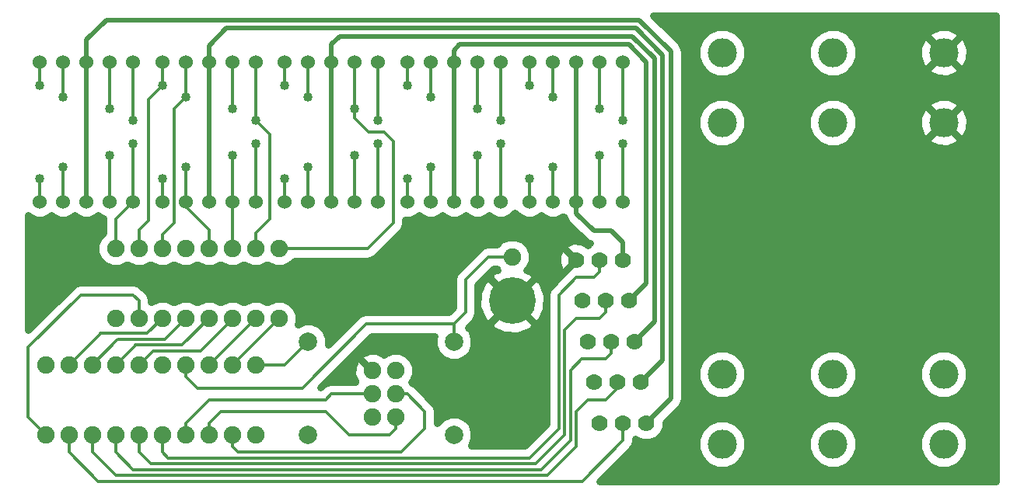
<source format=gbr>
G04 #@! TF.FileFunction,Copper,L1,Top,Signal*
%FSLAX46Y46*%
G04 Gerber Fmt 4.6, Leading zero omitted, Abs format (unit mm)*
G04 Created by KiCad (PCBNEW 4.0.1-3.201512221402+6198~38~ubuntu15.04.1-stable) date Sat 16 Apr 2016 12:43:45 PM EDT*
%MOMM*%
G01*
G04 APERTURE LIST*
%ADD10C,0.100000*%
%ADD11C,3.175000*%
%ADD12C,1.778000*%
%ADD13C,1.524000*%
%ADD14C,1.905000*%
%ADD15C,5.080000*%
%ADD16C,1.016000*%
%ADD17C,1.998980*%
%ADD18C,0.304800*%
%ADD19C,0.508000*%
%ADD20C,0.787400*%
G04 APERTURE END LIST*
D10*
D11*
X209550000Y-58674000D03*
X209550000Y-66294000D03*
X209550000Y-93726000D03*
X209550000Y-101346000D03*
D12*
X186690000Y-81280000D03*
X184150000Y-81280000D03*
X181610000Y-81280000D03*
D11*
X197485000Y-101346000D03*
X197485000Y-93726000D03*
X197485000Y-66294000D03*
X197485000Y-58674000D03*
X221615000Y-101346000D03*
X221615000Y-93726000D03*
X221615000Y-66294000D03*
X221615000Y-58674000D03*
D13*
X123190000Y-74930000D03*
X125730000Y-74930000D03*
X128270000Y-74930000D03*
X130810000Y-74930000D03*
X133350000Y-74930000D03*
X133350000Y-59690000D03*
X130810000Y-59690000D03*
X128270000Y-59690000D03*
X125730000Y-59690000D03*
X123190000Y-59690000D03*
X136525000Y-74930000D03*
X139065000Y-74930000D03*
X141605000Y-74930000D03*
X144145000Y-74930000D03*
X146685000Y-74930000D03*
X146685000Y-59690000D03*
X144145000Y-59690000D03*
X141605000Y-59690000D03*
X139065000Y-59690000D03*
X136525000Y-59690000D03*
X149860000Y-74930000D03*
X152400000Y-74930000D03*
X154940000Y-74930000D03*
X157480000Y-74930000D03*
X160020000Y-74930000D03*
X160020000Y-59690000D03*
X157480000Y-59690000D03*
X154940000Y-59690000D03*
X152400000Y-59690000D03*
X149860000Y-59690000D03*
X163195000Y-74930000D03*
X165735000Y-74930000D03*
X168275000Y-74930000D03*
X170815000Y-74930000D03*
X173355000Y-74930000D03*
X173355000Y-59690000D03*
X170815000Y-59690000D03*
X168275000Y-59690000D03*
X165735000Y-59690000D03*
X163195000Y-59690000D03*
X176530000Y-74930000D03*
X179070000Y-74930000D03*
X181610000Y-74930000D03*
X184150000Y-74930000D03*
X186690000Y-74930000D03*
X186690000Y-59690000D03*
X184150000Y-59690000D03*
X181610000Y-59690000D03*
X179070000Y-59690000D03*
X176530000Y-59690000D03*
D14*
X146685000Y-92710000D03*
X144145000Y-92710000D03*
X141605000Y-92710000D03*
X139065000Y-92710000D03*
X136525000Y-92710000D03*
X133985000Y-92710000D03*
X131445000Y-92710000D03*
X128905000Y-92710000D03*
X126365000Y-92710000D03*
X123825000Y-92710000D03*
X123825000Y-100330000D03*
X126365000Y-100330000D03*
X128905000Y-100330000D03*
X131445000Y-100330000D03*
X133985000Y-100330000D03*
X136525000Y-100330000D03*
X139065000Y-100330000D03*
X141605000Y-100330000D03*
X144145000Y-100330000D03*
X146685000Y-100330000D03*
X161925000Y-98425000D03*
X161925000Y-95885000D03*
X161925000Y-93345000D03*
X159385000Y-93345000D03*
X159385000Y-95885000D03*
X159385000Y-98425000D03*
D12*
X189230000Y-99060000D03*
X186690000Y-99060000D03*
X184150000Y-99060000D03*
X188595000Y-94615000D03*
X186055000Y-94615000D03*
X183515000Y-94615000D03*
X187960000Y-90170000D03*
X185420000Y-90170000D03*
X182880000Y-90170000D03*
X187325000Y-85725000D03*
X184785000Y-85725000D03*
X182245000Y-85725000D03*
D14*
X149225000Y-80010000D03*
X146685000Y-80010000D03*
X144145000Y-80010000D03*
X141605000Y-80010000D03*
X139065000Y-80010000D03*
X136525000Y-80010000D03*
X133985000Y-80010000D03*
X131445000Y-80010000D03*
X131445000Y-87630000D03*
X133985000Y-87630000D03*
X136525000Y-87630000D03*
X139065000Y-87630000D03*
X141605000Y-87630000D03*
X144145000Y-87630000D03*
X146685000Y-87630000D03*
X149225000Y-87630000D03*
D15*
X174625000Y-85725000D03*
D14*
X174625000Y-80925162D03*
D16*
X130810000Y-64770000D03*
X133350000Y-66040000D03*
X130810000Y-69850000D03*
X125730000Y-71120000D03*
X123190000Y-72390000D03*
X125730000Y-63500000D03*
X123190000Y-62230000D03*
X133350000Y-68580000D03*
X144145000Y-64770000D03*
X146685000Y-66040000D03*
X144145000Y-69850000D03*
X139065000Y-71120000D03*
X136525000Y-72390000D03*
X139065000Y-63500000D03*
X136525000Y-62230000D03*
X146685000Y-68580000D03*
X157480000Y-64770000D03*
X160020000Y-66040000D03*
X157480000Y-69850000D03*
X152400000Y-71120000D03*
X149860000Y-72390000D03*
X152400000Y-63500000D03*
X149860000Y-62230000D03*
X160020000Y-68580000D03*
X170815000Y-64770000D03*
X173355000Y-66040000D03*
X170815000Y-69850000D03*
X165735000Y-71120000D03*
X163195000Y-72390000D03*
X165735000Y-63500000D03*
X163195000Y-62230000D03*
X173355000Y-68580000D03*
X184150000Y-64770000D03*
X186690000Y-66040000D03*
X184150000Y-69850000D03*
X179070000Y-71120000D03*
X176530000Y-72390000D03*
X179070000Y-63500000D03*
X176530000Y-62230000D03*
X186690000Y-68580000D03*
D17*
X152400000Y-100330000D03*
X152400000Y-90170000D03*
X168275000Y-100330000D03*
X168275000Y-90170000D03*
D18*
X149860000Y-72390000D02*
X149860000Y-74930000D01*
X163195000Y-72390000D02*
X163195000Y-74930000D01*
X176530000Y-72390000D02*
X176530000Y-74930000D01*
X136525000Y-72390000D02*
X136525000Y-74930000D01*
X123190000Y-72390000D02*
X123190000Y-74930000D01*
X152400000Y-71120000D02*
X152400000Y-74930000D01*
X165735000Y-71120000D02*
X165735000Y-74930000D01*
X179070000Y-71120000D02*
X179070000Y-74930000D01*
X139065000Y-71120000D02*
X139065000Y-74930000D01*
X125730000Y-71120000D02*
X125730000Y-74930000D01*
X139065000Y-74930000D02*
X139065000Y-75438000D01*
X139065000Y-75438000D02*
X141605000Y-77978000D01*
X141605000Y-77978000D02*
X141605000Y-80010000D01*
D19*
X128270000Y-59690000D02*
X128270000Y-74930000D01*
X189230000Y-99060000D02*
X191389000Y-96901000D01*
X128270000Y-57277000D02*
X128270000Y-59690000D01*
X130429000Y-55118000D02*
X128270000Y-57277000D01*
X188468000Y-55118000D02*
X130429000Y-55118000D01*
X191897000Y-58547000D02*
X188468000Y-55118000D01*
X191897000Y-96393000D02*
X191897000Y-58547000D01*
X191389000Y-96901000D02*
X191897000Y-96393000D01*
D18*
X157480000Y-69850000D02*
X157480000Y-74930000D01*
X170815000Y-69850000D02*
X170815000Y-74930000D01*
X184150000Y-69850000D02*
X184150000Y-74930000D01*
X144145000Y-69850000D02*
X144145000Y-74930000D01*
X130810000Y-69850000D02*
X130810000Y-74930000D01*
X144145000Y-74930000D02*
X144145000Y-80010000D01*
X160020000Y-68580000D02*
X160020000Y-74930000D01*
X173355000Y-68580000D02*
X173355000Y-74930000D01*
X186690000Y-68580000D02*
X186690000Y-74930000D01*
X146685000Y-68580000D02*
X146685000Y-74930000D01*
X133350000Y-68580000D02*
X133350000Y-74930000D01*
X133350000Y-74930000D02*
X131445000Y-76835000D01*
X131445000Y-76835000D02*
X131445000Y-80010000D01*
X146685000Y-80010000D02*
X146685000Y-78359000D01*
X148209000Y-67564000D02*
X146685000Y-66040000D01*
X148209000Y-76835000D02*
X148209000Y-67564000D01*
X146685000Y-78359000D02*
X148209000Y-76835000D01*
X186690000Y-59690000D02*
X186690000Y-66040000D01*
X173355000Y-59690000D02*
X173355000Y-66040000D01*
X160020000Y-59690000D02*
X160020000Y-66040000D01*
X146685000Y-59690000D02*
X146685000Y-66040000D01*
X133350000Y-59690000D02*
X133350000Y-66040000D01*
X149225000Y-80010000D02*
X158877000Y-80010000D01*
X157480000Y-65786000D02*
X157480000Y-64770000D01*
X159004000Y-67310000D02*
X157480000Y-65786000D01*
X160655000Y-67310000D02*
X159004000Y-67310000D01*
X161671000Y-68326000D02*
X160655000Y-67310000D01*
X161671000Y-77216000D02*
X161671000Y-68326000D01*
X158877000Y-80010000D02*
X161671000Y-77216000D01*
X184150000Y-59690000D02*
X184150000Y-64770000D01*
X170815000Y-59690000D02*
X170815000Y-64770000D01*
X157480000Y-59690000D02*
X157480000Y-64770000D01*
X144145000Y-59690000D02*
X144145000Y-64770000D01*
X130810000Y-59690000D02*
X130810000Y-64770000D01*
X136525000Y-80010000D02*
X136525000Y-78486000D01*
X137795000Y-64770000D02*
X139065000Y-63500000D01*
X137795000Y-77216000D02*
X137795000Y-64770000D01*
X136525000Y-78486000D02*
X137795000Y-77216000D01*
X179070000Y-59690000D02*
X179070000Y-63500000D01*
X165735000Y-59690000D02*
X165735000Y-63500000D01*
X152400000Y-59690000D02*
X152400000Y-63500000D01*
X139065000Y-59690000D02*
X139065000Y-63500000D01*
X125730000Y-59690000D02*
X125730000Y-63500000D01*
X133985000Y-80010000D02*
X133985000Y-77978000D01*
X135001000Y-63754000D02*
X136525000Y-62230000D01*
X135001000Y-76962000D02*
X135001000Y-63754000D01*
X133985000Y-77978000D02*
X135001000Y-76962000D01*
X176530000Y-59690000D02*
X176530000Y-62230000D01*
X163195000Y-59690000D02*
X163195000Y-62230000D01*
X149860000Y-59690000D02*
X149860000Y-62230000D01*
X136525000Y-59690000D02*
X136525000Y-62230000D01*
X123190000Y-59690000D02*
X123190000Y-62230000D01*
D19*
X141605000Y-59690000D02*
X141605000Y-74930000D01*
X188595000Y-94615000D02*
X190881000Y-92329000D01*
X141605000Y-57912000D02*
X141605000Y-59690000D01*
X143510000Y-56007000D02*
X141605000Y-57912000D01*
X188087000Y-56007000D02*
X143510000Y-56007000D01*
X191008000Y-58928000D02*
X188087000Y-56007000D01*
X191008000Y-92202000D02*
X191008000Y-58928000D01*
X190881000Y-92329000D02*
X191008000Y-92202000D01*
X154940000Y-59690000D02*
X154940000Y-74930000D01*
X187960000Y-90170000D02*
X189992000Y-88138000D01*
X154940000Y-57785000D02*
X154940000Y-59690000D01*
X155829000Y-56896000D02*
X154940000Y-57785000D01*
X187706000Y-56896000D02*
X155829000Y-56896000D01*
X190119000Y-59309000D02*
X187706000Y-56896000D01*
X190119000Y-88011000D02*
X190119000Y-59309000D01*
X189992000Y-88138000D02*
X190119000Y-88011000D01*
X168275000Y-59690000D02*
X168275000Y-74930000D01*
X187325000Y-85725000D02*
X188595000Y-84455000D01*
X168275000Y-58420000D02*
X168275000Y-59690000D01*
X168910000Y-57785000D02*
X168275000Y-58420000D01*
X187325000Y-57785000D02*
X168910000Y-57785000D01*
X189230000Y-59690000D02*
X187325000Y-57785000D01*
X189230000Y-83820000D02*
X189230000Y-59690000D01*
X188595000Y-84455000D02*
X189230000Y-83820000D01*
X181610000Y-74930000D02*
X181610000Y-76200000D01*
X186690000Y-79375000D02*
X186690000Y-81280000D01*
X185420000Y-78105000D02*
X186690000Y-79375000D01*
X183515000Y-78105000D02*
X185420000Y-78105000D01*
X181610000Y-76200000D02*
X183515000Y-78105000D01*
X181610000Y-59690000D02*
X181610000Y-74930000D01*
D18*
X146685000Y-92710000D02*
X149860000Y-92710000D01*
X149860000Y-92710000D02*
X152400000Y-90170000D01*
X144145000Y-92710000D02*
X149225000Y-87630000D01*
X141605000Y-92710000D02*
X146685000Y-87630000D01*
X168275000Y-88265000D02*
X169545000Y-86995000D01*
X172058838Y-80925162D02*
X174625000Y-80925162D01*
X169545000Y-83439000D02*
X172058838Y-80925162D01*
X169545000Y-86995000D02*
X169545000Y-83439000D01*
X139065000Y-92710000D02*
X139065000Y-93980000D01*
X168275000Y-88265000D02*
X168275000Y-90170000D01*
X158750000Y-88265000D02*
X168275000Y-88265000D01*
X151765000Y-95250000D02*
X158750000Y-88265000D01*
X140335000Y-95250000D02*
X151765000Y-95250000D01*
X139065000Y-93980000D02*
X140335000Y-95250000D01*
X133985000Y-92710000D02*
X135509000Y-91186000D01*
X140716000Y-91186000D02*
X144145000Y-87757000D01*
X138176000Y-91186000D02*
X140716000Y-91186000D01*
X135509000Y-91186000D02*
X138176000Y-91186000D01*
X144145000Y-87757000D02*
X144145000Y-87630000D01*
X133985000Y-92710000D02*
X133985000Y-92583000D01*
X131445000Y-92710000D02*
X133477000Y-90678000D01*
X138684000Y-90551000D02*
X141605000Y-87630000D01*
X133604000Y-90551000D02*
X138684000Y-90551000D01*
X133477000Y-90678000D02*
X133604000Y-90551000D01*
X128905000Y-92710000D02*
X131572000Y-90043000D01*
X136779000Y-89916000D02*
X139065000Y-87630000D01*
X131699000Y-89916000D02*
X136779000Y-89916000D01*
X131572000Y-90043000D02*
X131699000Y-89916000D01*
X126365000Y-92710000D02*
X129667000Y-89408000D01*
X134874000Y-89281000D02*
X136525000Y-87630000D01*
X129794000Y-89281000D02*
X134874000Y-89281000D01*
X129667000Y-89408000D02*
X129794000Y-89281000D01*
X123825000Y-100330000D02*
X121920000Y-98425000D01*
X133985000Y-85725000D02*
X133985000Y-87630000D01*
X133350000Y-85090000D02*
X133985000Y-85725000D01*
X127635000Y-85090000D02*
X133350000Y-85090000D01*
X121920000Y-90805000D02*
X127635000Y-85090000D01*
X121920000Y-98425000D02*
X121920000Y-90805000D01*
X139700000Y-105410000D02*
X129540000Y-105410000D01*
X186690000Y-100965000D02*
X182245000Y-105410000D01*
X182245000Y-105410000D02*
X139700000Y-105410000D01*
X186690000Y-99060000D02*
X186690000Y-100965000D01*
X126365000Y-102235000D02*
X126365000Y-100330000D01*
X129540000Y-105410000D02*
X126365000Y-102235000D01*
X141605000Y-104775000D02*
X131445000Y-104775000D01*
X178435000Y-104775000D02*
X141605000Y-104775000D01*
X181610000Y-101600000D02*
X178435000Y-104775000D01*
X181610000Y-97764602D02*
X181610000Y-101600000D01*
X182854602Y-96520000D02*
X181610000Y-97764602D01*
X184785000Y-96520000D02*
X182854602Y-96520000D01*
X186055000Y-95250000D02*
X184785000Y-96520000D01*
X128905000Y-102235000D02*
X128905000Y-100330000D01*
X131445000Y-104775000D02*
X128905000Y-102235000D01*
X186055000Y-94615000D02*
X186055000Y-95250000D01*
X143510000Y-104140000D02*
X133350000Y-104140000D01*
X185420000Y-91440000D02*
X184785000Y-92075000D01*
X184785000Y-92075000D02*
X182219602Y-92075000D01*
X182219602Y-92075000D02*
X180975000Y-93319602D01*
X180975000Y-93319602D02*
X180975000Y-100965000D01*
X180975000Y-100965000D02*
X177800000Y-104140000D01*
X177800000Y-104140000D02*
X143510000Y-104140000D01*
X185420000Y-90170000D02*
X185420000Y-91440000D01*
X131445000Y-102235000D02*
X131445000Y-100330000D01*
X133350000Y-104140000D02*
X131445000Y-102235000D01*
X145415000Y-103505000D02*
X135255000Y-103505000D01*
X184785000Y-86995000D02*
X184150000Y-87630000D01*
X184150000Y-87630000D02*
X181610000Y-87630000D01*
X181610000Y-87630000D02*
X180340000Y-88900000D01*
X180340000Y-88900000D02*
X180340000Y-100330000D01*
X180340000Y-100330000D02*
X177165000Y-103505000D01*
X177165000Y-103505000D02*
X145415000Y-103505000D01*
X184785000Y-85725000D02*
X184785000Y-86995000D01*
X133985000Y-102235000D02*
X133985000Y-100330000D01*
X135255000Y-103505000D02*
X133985000Y-102235000D01*
X147955000Y-102870000D02*
X137160000Y-102870000D01*
X184150000Y-82550000D02*
X183515000Y-83185000D01*
X183515000Y-83185000D02*
X181610000Y-83185000D01*
X181610000Y-83185000D02*
X179705000Y-85090000D01*
X179705000Y-85090000D02*
X179705000Y-99695000D01*
X179705000Y-99695000D02*
X176530000Y-102870000D01*
X176530000Y-102870000D02*
X147955000Y-102870000D01*
X184150000Y-81280000D02*
X184150000Y-82550000D01*
X136525000Y-102235000D02*
X136525000Y-100330000D01*
X137160000Y-102870000D02*
X136525000Y-102235000D01*
X139065000Y-100330000D02*
X139065000Y-99060000D01*
X154940000Y-95885000D02*
X159385000Y-95885000D01*
X154305000Y-96520000D02*
X154940000Y-95885000D01*
X141605000Y-96520000D02*
X154305000Y-96520000D01*
X139065000Y-99060000D02*
X141605000Y-96520000D01*
X141605000Y-100330000D02*
X141605000Y-99060000D01*
X161925000Y-99695000D02*
X161925000Y-98425000D01*
X161290000Y-100330000D02*
X161925000Y-99695000D01*
X156845000Y-100330000D02*
X161290000Y-100330000D01*
X154305000Y-97790000D02*
X156845000Y-100330000D01*
X142875000Y-97790000D02*
X154305000Y-97790000D01*
X141605000Y-99060000D02*
X142875000Y-97790000D01*
X144145000Y-100330000D02*
X144145000Y-101625398D01*
X163195000Y-95885000D02*
X161925000Y-95885000D01*
X165100000Y-97790000D02*
X163195000Y-95885000D01*
X165100000Y-99695000D02*
X165100000Y-97790000D01*
X162560000Y-102235000D02*
X165100000Y-99695000D01*
X144754602Y-102235000D02*
X162560000Y-102235000D01*
X144145000Y-101625398D02*
X144754602Y-102235000D01*
D20*
G36*
X227343900Y-105423900D02*
X184116954Y-105423900D01*
X187632927Y-101907927D01*
X187642037Y-101894292D01*
X194715921Y-101894292D01*
X195136527Y-102912237D01*
X195914666Y-103691736D01*
X196931875Y-104114118D01*
X198033292Y-104115079D01*
X199051237Y-103694473D01*
X199830736Y-102916334D01*
X200253118Y-101899125D01*
X200253122Y-101894292D01*
X206780921Y-101894292D01*
X207201527Y-102912237D01*
X207979666Y-103691736D01*
X208996875Y-104114118D01*
X210098292Y-104115079D01*
X211116237Y-103694473D01*
X211895736Y-102916334D01*
X212318118Y-101899125D01*
X212318122Y-101894292D01*
X218845921Y-101894292D01*
X219266527Y-102912237D01*
X220044666Y-103691736D01*
X221061875Y-104114118D01*
X222163292Y-104115079D01*
X223181237Y-103694473D01*
X223960736Y-102916334D01*
X224383118Y-101899125D01*
X224384079Y-100797708D01*
X223963473Y-99779763D01*
X223185334Y-99000264D01*
X222168125Y-98577882D01*
X221066708Y-98576921D01*
X220048763Y-98997527D01*
X219269264Y-99775666D01*
X218846882Y-100792875D01*
X218845921Y-101894292D01*
X212318122Y-101894292D01*
X212319079Y-100797708D01*
X211898473Y-99779763D01*
X211120334Y-99000264D01*
X210103125Y-98577882D01*
X209001708Y-98576921D01*
X207983763Y-98997527D01*
X207204264Y-99775666D01*
X206781882Y-100792875D01*
X206780921Y-101894292D01*
X200253122Y-101894292D01*
X200254079Y-100797708D01*
X199833473Y-99779763D01*
X199055334Y-99000264D01*
X198038125Y-98577882D01*
X196936708Y-98576921D01*
X195918763Y-98997527D01*
X195139264Y-99775666D01*
X194716882Y-100792875D01*
X194715921Y-101894292D01*
X187642037Y-101894292D01*
X187921993Y-101475309D01*
X188023500Y-100965000D01*
X188023500Y-100781515D01*
X188055851Y-100813922D01*
X188816425Y-101129740D01*
X189639962Y-101130459D01*
X190401086Y-100815969D01*
X190983922Y-100234149D01*
X191299740Y-99473575D01*
X191300137Y-99019401D01*
X192911769Y-97407769D01*
X193222860Y-96942190D01*
X193332100Y-96393000D01*
X193332100Y-94274292D01*
X194715921Y-94274292D01*
X195136527Y-95292237D01*
X195914666Y-96071736D01*
X196931875Y-96494118D01*
X198033292Y-96495079D01*
X199051237Y-96074473D01*
X199830736Y-95296334D01*
X200253118Y-94279125D01*
X200253122Y-94274292D01*
X206780921Y-94274292D01*
X207201527Y-95292237D01*
X207979666Y-96071736D01*
X208996875Y-96494118D01*
X210098292Y-96495079D01*
X211116237Y-96074473D01*
X211895736Y-95296334D01*
X212318118Y-94279125D01*
X212318122Y-94274292D01*
X218845921Y-94274292D01*
X219266527Y-95292237D01*
X220044666Y-96071736D01*
X221061875Y-96494118D01*
X222163292Y-96495079D01*
X223181237Y-96074473D01*
X223960736Y-95296334D01*
X224383118Y-94279125D01*
X224384079Y-93177708D01*
X223963473Y-92159763D01*
X223185334Y-91380264D01*
X222168125Y-90957882D01*
X221066708Y-90956921D01*
X220048763Y-91377527D01*
X219269264Y-92155666D01*
X218846882Y-93172875D01*
X218845921Y-94274292D01*
X212318122Y-94274292D01*
X212319079Y-93177708D01*
X211898473Y-92159763D01*
X211120334Y-91380264D01*
X210103125Y-90957882D01*
X209001708Y-90956921D01*
X207983763Y-91377527D01*
X207204264Y-92155666D01*
X206781882Y-93172875D01*
X206780921Y-94274292D01*
X200253122Y-94274292D01*
X200254079Y-93177708D01*
X199833473Y-92159763D01*
X199055334Y-91380264D01*
X198038125Y-90957882D01*
X196936708Y-90956921D01*
X195918763Y-91377527D01*
X195139264Y-92155666D01*
X194716882Y-93172875D01*
X194715921Y-94274292D01*
X193332100Y-94274292D01*
X193332100Y-66842292D01*
X194715921Y-66842292D01*
X195136527Y-67860237D01*
X195914666Y-68639736D01*
X196931875Y-69062118D01*
X198033292Y-69063079D01*
X199051237Y-68642473D01*
X199830736Y-67864334D01*
X200253118Y-66847125D01*
X200253122Y-66842292D01*
X206780921Y-66842292D01*
X207201527Y-67860237D01*
X207979666Y-68639736D01*
X208996875Y-69062118D01*
X210098292Y-69063079D01*
X211116237Y-68642473D01*
X211669459Y-68090216D01*
X219836745Y-68090216D01*
X219966068Y-68585167D01*
X220968378Y-69041782D01*
X222069129Y-69080071D01*
X223100744Y-68694206D01*
X223263932Y-68585167D01*
X223393255Y-68090216D01*
X221615000Y-66311961D01*
X219836745Y-68090216D01*
X211669459Y-68090216D01*
X211895736Y-67864334D01*
X212318118Y-66847125D01*
X212318204Y-66748129D01*
X218828929Y-66748129D01*
X219214794Y-67779744D01*
X219323833Y-67942932D01*
X219818784Y-68072255D01*
X221597039Y-66294000D01*
X221632961Y-66294000D01*
X223411216Y-68072255D01*
X223906167Y-67942932D01*
X224362782Y-66940622D01*
X224401071Y-65839871D01*
X224015206Y-64808256D01*
X223906167Y-64645068D01*
X223411216Y-64515745D01*
X221632961Y-66294000D01*
X221597039Y-66294000D01*
X219818784Y-64515745D01*
X219323833Y-64645068D01*
X218867218Y-65647378D01*
X218828929Y-66748129D01*
X212318204Y-66748129D01*
X212319079Y-65745708D01*
X211898473Y-64727763D01*
X211668896Y-64497784D01*
X219836745Y-64497784D01*
X221615000Y-66276039D01*
X223393255Y-64497784D01*
X223263932Y-64002833D01*
X222261622Y-63546218D01*
X221160871Y-63507929D01*
X220129256Y-63893794D01*
X219966068Y-64002833D01*
X219836745Y-64497784D01*
X211668896Y-64497784D01*
X211120334Y-63948264D01*
X210103125Y-63525882D01*
X209001708Y-63524921D01*
X207983763Y-63945527D01*
X207204264Y-64723666D01*
X206781882Y-65740875D01*
X206780921Y-66842292D01*
X200253122Y-66842292D01*
X200254079Y-65745708D01*
X199833473Y-64727763D01*
X199055334Y-63948264D01*
X198038125Y-63525882D01*
X196936708Y-63524921D01*
X195918763Y-63945527D01*
X195139264Y-64723666D01*
X194716882Y-65740875D01*
X194715921Y-66842292D01*
X193332100Y-66842292D01*
X193332100Y-59222292D01*
X194715921Y-59222292D01*
X195136527Y-60240237D01*
X195914666Y-61019736D01*
X196931875Y-61442118D01*
X198033292Y-61443079D01*
X199051237Y-61022473D01*
X199830736Y-60244334D01*
X200253118Y-59227125D01*
X200253122Y-59222292D01*
X206780921Y-59222292D01*
X207201527Y-60240237D01*
X207979666Y-61019736D01*
X208996875Y-61442118D01*
X210098292Y-61443079D01*
X211116237Y-61022473D01*
X211669459Y-60470216D01*
X219836745Y-60470216D01*
X219966068Y-60965167D01*
X220968378Y-61421782D01*
X222069129Y-61460071D01*
X223100744Y-61074206D01*
X223263932Y-60965167D01*
X223393255Y-60470216D01*
X221615000Y-58691961D01*
X219836745Y-60470216D01*
X211669459Y-60470216D01*
X211895736Y-60244334D01*
X212318118Y-59227125D01*
X212318204Y-59128129D01*
X218828929Y-59128129D01*
X219214794Y-60159744D01*
X219323833Y-60322932D01*
X219818784Y-60452255D01*
X221597039Y-58674000D01*
X221632961Y-58674000D01*
X223411216Y-60452255D01*
X223906167Y-60322932D01*
X224362782Y-59320622D01*
X224401071Y-58219871D01*
X224015206Y-57188256D01*
X223906167Y-57025068D01*
X223411216Y-56895745D01*
X221632961Y-58674000D01*
X221597039Y-58674000D01*
X219818784Y-56895745D01*
X219323833Y-57025068D01*
X218867218Y-58027378D01*
X218828929Y-59128129D01*
X212318204Y-59128129D01*
X212319079Y-58125708D01*
X211898473Y-57107763D01*
X211668896Y-56877784D01*
X219836745Y-56877784D01*
X221615000Y-58656039D01*
X223393255Y-56877784D01*
X223263932Y-56382833D01*
X222261622Y-55926218D01*
X221160871Y-55887929D01*
X220129256Y-56273794D01*
X219966068Y-56382833D01*
X219836745Y-56877784D01*
X211668896Y-56877784D01*
X211120334Y-56328264D01*
X210103125Y-55905882D01*
X209001708Y-55904921D01*
X207983763Y-56325527D01*
X207204264Y-57103666D01*
X206781882Y-58120875D01*
X206780921Y-59222292D01*
X200253122Y-59222292D01*
X200254079Y-58125708D01*
X199833473Y-57107763D01*
X199055334Y-56328264D01*
X198038125Y-55905882D01*
X196936708Y-55904921D01*
X195918763Y-56325527D01*
X195139264Y-57103666D01*
X194716882Y-58120875D01*
X194715921Y-59222292D01*
X193332100Y-59222292D01*
X193332100Y-58547000D01*
X193294207Y-58356500D01*
X193222860Y-57997810D01*
X192911769Y-57532231D01*
X189975638Y-54596100D01*
X227343900Y-54596100D01*
X227343900Y-105423900D01*
X227343900Y-105423900D01*
G37*
X227343900Y-105423900D02*
X184116954Y-105423900D01*
X187632927Y-101907927D01*
X187642037Y-101894292D01*
X194715921Y-101894292D01*
X195136527Y-102912237D01*
X195914666Y-103691736D01*
X196931875Y-104114118D01*
X198033292Y-104115079D01*
X199051237Y-103694473D01*
X199830736Y-102916334D01*
X200253118Y-101899125D01*
X200253122Y-101894292D01*
X206780921Y-101894292D01*
X207201527Y-102912237D01*
X207979666Y-103691736D01*
X208996875Y-104114118D01*
X210098292Y-104115079D01*
X211116237Y-103694473D01*
X211895736Y-102916334D01*
X212318118Y-101899125D01*
X212318122Y-101894292D01*
X218845921Y-101894292D01*
X219266527Y-102912237D01*
X220044666Y-103691736D01*
X221061875Y-104114118D01*
X222163292Y-104115079D01*
X223181237Y-103694473D01*
X223960736Y-102916334D01*
X224383118Y-101899125D01*
X224384079Y-100797708D01*
X223963473Y-99779763D01*
X223185334Y-99000264D01*
X222168125Y-98577882D01*
X221066708Y-98576921D01*
X220048763Y-98997527D01*
X219269264Y-99775666D01*
X218846882Y-100792875D01*
X218845921Y-101894292D01*
X212318122Y-101894292D01*
X212319079Y-100797708D01*
X211898473Y-99779763D01*
X211120334Y-99000264D01*
X210103125Y-98577882D01*
X209001708Y-98576921D01*
X207983763Y-98997527D01*
X207204264Y-99775666D01*
X206781882Y-100792875D01*
X206780921Y-101894292D01*
X200253122Y-101894292D01*
X200254079Y-100797708D01*
X199833473Y-99779763D01*
X199055334Y-99000264D01*
X198038125Y-98577882D01*
X196936708Y-98576921D01*
X195918763Y-98997527D01*
X195139264Y-99775666D01*
X194716882Y-100792875D01*
X194715921Y-101894292D01*
X187642037Y-101894292D01*
X187921993Y-101475309D01*
X188023500Y-100965000D01*
X188023500Y-100781515D01*
X188055851Y-100813922D01*
X188816425Y-101129740D01*
X189639962Y-101130459D01*
X190401086Y-100815969D01*
X190983922Y-100234149D01*
X191299740Y-99473575D01*
X191300137Y-99019401D01*
X192911769Y-97407769D01*
X193222860Y-96942190D01*
X193332100Y-96393000D01*
X193332100Y-94274292D01*
X194715921Y-94274292D01*
X195136527Y-95292237D01*
X195914666Y-96071736D01*
X196931875Y-96494118D01*
X198033292Y-96495079D01*
X199051237Y-96074473D01*
X199830736Y-95296334D01*
X200253118Y-94279125D01*
X200253122Y-94274292D01*
X206780921Y-94274292D01*
X207201527Y-95292237D01*
X207979666Y-96071736D01*
X208996875Y-96494118D01*
X210098292Y-96495079D01*
X211116237Y-96074473D01*
X211895736Y-95296334D01*
X212318118Y-94279125D01*
X212318122Y-94274292D01*
X218845921Y-94274292D01*
X219266527Y-95292237D01*
X220044666Y-96071736D01*
X221061875Y-96494118D01*
X222163292Y-96495079D01*
X223181237Y-96074473D01*
X223960736Y-95296334D01*
X224383118Y-94279125D01*
X224384079Y-93177708D01*
X223963473Y-92159763D01*
X223185334Y-91380264D01*
X222168125Y-90957882D01*
X221066708Y-90956921D01*
X220048763Y-91377527D01*
X219269264Y-92155666D01*
X218846882Y-93172875D01*
X218845921Y-94274292D01*
X212318122Y-94274292D01*
X212319079Y-93177708D01*
X211898473Y-92159763D01*
X211120334Y-91380264D01*
X210103125Y-90957882D01*
X209001708Y-90956921D01*
X207983763Y-91377527D01*
X207204264Y-92155666D01*
X206781882Y-93172875D01*
X206780921Y-94274292D01*
X200253122Y-94274292D01*
X200254079Y-93177708D01*
X199833473Y-92159763D01*
X199055334Y-91380264D01*
X198038125Y-90957882D01*
X196936708Y-90956921D01*
X195918763Y-91377527D01*
X195139264Y-92155666D01*
X194716882Y-93172875D01*
X194715921Y-94274292D01*
X193332100Y-94274292D01*
X193332100Y-66842292D01*
X194715921Y-66842292D01*
X195136527Y-67860237D01*
X195914666Y-68639736D01*
X196931875Y-69062118D01*
X198033292Y-69063079D01*
X199051237Y-68642473D01*
X199830736Y-67864334D01*
X200253118Y-66847125D01*
X200253122Y-66842292D01*
X206780921Y-66842292D01*
X207201527Y-67860237D01*
X207979666Y-68639736D01*
X208996875Y-69062118D01*
X210098292Y-69063079D01*
X211116237Y-68642473D01*
X211669459Y-68090216D01*
X219836745Y-68090216D01*
X219966068Y-68585167D01*
X220968378Y-69041782D01*
X222069129Y-69080071D01*
X223100744Y-68694206D01*
X223263932Y-68585167D01*
X223393255Y-68090216D01*
X221615000Y-66311961D01*
X219836745Y-68090216D01*
X211669459Y-68090216D01*
X211895736Y-67864334D01*
X212318118Y-66847125D01*
X212318204Y-66748129D01*
X218828929Y-66748129D01*
X219214794Y-67779744D01*
X219323833Y-67942932D01*
X219818784Y-68072255D01*
X221597039Y-66294000D01*
X221632961Y-66294000D01*
X223411216Y-68072255D01*
X223906167Y-67942932D01*
X224362782Y-66940622D01*
X224401071Y-65839871D01*
X224015206Y-64808256D01*
X223906167Y-64645068D01*
X223411216Y-64515745D01*
X221632961Y-66294000D01*
X221597039Y-66294000D01*
X219818784Y-64515745D01*
X219323833Y-64645068D01*
X218867218Y-65647378D01*
X218828929Y-66748129D01*
X212318204Y-66748129D01*
X212319079Y-65745708D01*
X211898473Y-64727763D01*
X211668896Y-64497784D01*
X219836745Y-64497784D01*
X221615000Y-66276039D01*
X223393255Y-64497784D01*
X223263932Y-64002833D01*
X222261622Y-63546218D01*
X221160871Y-63507929D01*
X220129256Y-63893794D01*
X219966068Y-64002833D01*
X219836745Y-64497784D01*
X211668896Y-64497784D01*
X211120334Y-63948264D01*
X210103125Y-63525882D01*
X209001708Y-63524921D01*
X207983763Y-63945527D01*
X207204264Y-64723666D01*
X206781882Y-65740875D01*
X206780921Y-66842292D01*
X200253122Y-66842292D01*
X200254079Y-65745708D01*
X199833473Y-64727763D01*
X199055334Y-63948264D01*
X198038125Y-63525882D01*
X196936708Y-63524921D01*
X195918763Y-63945527D01*
X195139264Y-64723666D01*
X194716882Y-65740875D01*
X194715921Y-66842292D01*
X193332100Y-66842292D01*
X193332100Y-59222292D01*
X194715921Y-59222292D01*
X195136527Y-60240237D01*
X195914666Y-61019736D01*
X196931875Y-61442118D01*
X198033292Y-61443079D01*
X199051237Y-61022473D01*
X199830736Y-60244334D01*
X200253118Y-59227125D01*
X200253122Y-59222292D01*
X206780921Y-59222292D01*
X207201527Y-60240237D01*
X207979666Y-61019736D01*
X208996875Y-61442118D01*
X210098292Y-61443079D01*
X211116237Y-61022473D01*
X211669459Y-60470216D01*
X219836745Y-60470216D01*
X219966068Y-60965167D01*
X220968378Y-61421782D01*
X222069129Y-61460071D01*
X223100744Y-61074206D01*
X223263932Y-60965167D01*
X223393255Y-60470216D01*
X221615000Y-58691961D01*
X219836745Y-60470216D01*
X211669459Y-60470216D01*
X211895736Y-60244334D01*
X212318118Y-59227125D01*
X212318204Y-59128129D01*
X218828929Y-59128129D01*
X219214794Y-60159744D01*
X219323833Y-60322932D01*
X219818784Y-60452255D01*
X221597039Y-58674000D01*
X221632961Y-58674000D01*
X223411216Y-60452255D01*
X223906167Y-60322932D01*
X224362782Y-59320622D01*
X224401071Y-58219871D01*
X224015206Y-57188256D01*
X223906167Y-57025068D01*
X223411216Y-56895745D01*
X221632961Y-58674000D01*
X221597039Y-58674000D01*
X219818784Y-56895745D01*
X219323833Y-57025068D01*
X218867218Y-58027378D01*
X218828929Y-59128129D01*
X212318204Y-59128129D01*
X212319079Y-58125708D01*
X211898473Y-57107763D01*
X211668896Y-56877784D01*
X219836745Y-56877784D01*
X221615000Y-58656039D01*
X223393255Y-56877784D01*
X223263932Y-56382833D01*
X222261622Y-55926218D01*
X221160871Y-55887929D01*
X220129256Y-56273794D01*
X219966068Y-56382833D01*
X219836745Y-56877784D01*
X211668896Y-56877784D01*
X211120334Y-56328264D01*
X210103125Y-55905882D01*
X209001708Y-55904921D01*
X207983763Y-56325527D01*
X207204264Y-57103666D01*
X206781882Y-58120875D01*
X206780921Y-59222292D01*
X200253122Y-59222292D01*
X200254079Y-58125708D01*
X199833473Y-57107763D01*
X199055334Y-56328264D01*
X198038125Y-55905882D01*
X196936708Y-55904921D01*
X195918763Y-56325527D01*
X195139264Y-57103666D01*
X194716882Y-58120875D01*
X194715921Y-59222292D01*
X193332100Y-59222292D01*
X193332100Y-58547000D01*
X193294207Y-58356500D01*
X193222860Y-57997810D01*
X192911769Y-57532231D01*
X189975638Y-54596100D01*
X227343900Y-54596100D01*
X227343900Y-105423900D01*
G36*
X175427885Y-76576320D02*
X176141798Y-76872762D01*
X176914811Y-76873437D01*
X177629240Y-76578241D01*
X177799819Y-76407960D01*
X177967885Y-76576320D01*
X178681798Y-76872762D01*
X179454811Y-76873437D01*
X180169240Y-76578241D01*
X180236734Y-76510864D01*
X180284140Y-76749189D01*
X180595231Y-77214769D01*
X182500231Y-79119769D01*
X182965811Y-79430860D01*
X183126871Y-79462897D01*
X182978914Y-79524031D01*
X182849569Y-79653150D01*
X182840316Y-79565009D01*
X182090365Y-79224734D01*
X181267284Y-79197354D01*
X180496378Y-79487037D01*
X180379684Y-79565009D01*
X180335343Y-79987383D01*
X181610000Y-81262039D01*
X181624142Y-81247897D01*
X181642103Y-81265858D01*
X181627961Y-81280000D01*
X181642103Y-81294142D01*
X181624142Y-81312103D01*
X181610000Y-81297961D01*
X180335343Y-82572617D01*
X180335456Y-82573690D01*
X178762073Y-84147073D01*
X178473007Y-84579692D01*
X178371500Y-85090000D01*
X178371500Y-99142646D01*
X175977646Y-101536500D01*
X170135125Y-101536500D01*
X170455210Y-100765649D01*
X170455967Y-99898157D01*
X170124692Y-99096409D01*
X169511818Y-98482464D01*
X168710649Y-98149790D01*
X167843157Y-98149033D01*
X167041409Y-98480308D01*
X166433500Y-99087157D01*
X166433500Y-97790000D01*
X166331993Y-97279692D01*
X166042927Y-96847073D01*
X164137927Y-94942073D01*
X163719076Y-94662206D01*
X163672367Y-94615416D01*
X163732724Y-94555165D01*
X164058229Y-93771261D01*
X164058970Y-92922463D01*
X163734833Y-92137991D01*
X163135165Y-91537276D01*
X162351261Y-91211771D01*
X161502463Y-91211030D01*
X160717991Y-91535167D01*
X160655758Y-91597291D01*
X160653372Y-91577630D01*
X159880480Y-91226778D01*
X159032155Y-91198406D01*
X158237548Y-91496834D01*
X158116628Y-91577630D01*
X158064562Y-92006601D01*
X159385000Y-93327039D01*
X159399142Y-93312897D01*
X159417103Y-93330858D01*
X159402961Y-93345000D01*
X159417103Y-93359142D01*
X159399142Y-93377103D01*
X159385000Y-93362961D01*
X159370858Y-93377103D01*
X159352897Y-93359142D01*
X159367039Y-93345000D01*
X158046601Y-92024562D01*
X157617630Y-92076628D01*
X157266778Y-92849520D01*
X157238406Y-93697845D01*
X157536834Y-94492452D01*
X157576289Y-94551500D01*
X154940000Y-94551500D01*
X154429692Y-94653007D01*
X153997073Y-94942073D01*
X153752646Y-95186500D01*
X153714354Y-95186500D01*
X159302354Y-89598500D01*
X166151200Y-89598500D01*
X166094790Y-89734351D01*
X166094033Y-90601843D01*
X166425308Y-91403591D01*
X167038182Y-92017536D01*
X167839351Y-92350210D01*
X168706843Y-92350967D01*
X169508591Y-92019692D01*
X170122536Y-91406818D01*
X170455210Y-90605649D01*
X170455967Y-89738157D01*
X170124692Y-88936409D01*
X169807346Y-88618508D01*
X170217917Y-88207937D01*
X172160024Y-88207937D01*
X172405229Y-88801859D01*
X173751662Y-89417117D01*
X175231053Y-89470284D01*
X176618178Y-88953265D01*
X176844771Y-88801859D01*
X177089976Y-88207937D01*
X174625000Y-85742961D01*
X172160024Y-88207937D01*
X170217917Y-88207937D01*
X170487927Y-87937927D01*
X170776993Y-87505309D01*
X170878500Y-86995000D01*
X170878500Y-86331053D01*
X170879716Y-86331053D01*
X171396735Y-87718178D01*
X171548141Y-87944771D01*
X172142063Y-88189976D01*
X174607039Y-85725000D01*
X174642961Y-85725000D01*
X177107937Y-88189976D01*
X177701859Y-87944771D01*
X178317117Y-86598338D01*
X178370284Y-85118947D01*
X177853265Y-83731822D01*
X177701859Y-83505229D01*
X177107937Y-83260024D01*
X174642961Y-85725000D01*
X174607039Y-85725000D01*
X172142063Y-83260024D01*
X171548141Y-83505229D01*
X170932883Y-84851662D01*
X170879716Y-86331053D01*
X170878500Y-86331053D01*
X170878500Y-83991354D01*
X172611192Y-82258662D01*
X172941438Y-82258662D01*
X173030687Y-82348067D01*
X172631822Y-82496735D01*
X172405229Y-82648141D01*
X172160024Y-83242063D01*
X174625000Y-85707039D01*
X177089976Y-83242063D01*
X176844771Y-82648141D01*
X176209713Y-82357949D01*
X176432724Y-82135327D01*
X176645578Y-81622716D01*
X179527354Y-81622716D01*
X179817037Y-82393622D01*
X179895009Y-82510316D01*
X180317383Y-82554657D01*
X181592039Y-81280000D01*
X180317383Y-80005343D01*
X179895009Y-80049684D01*
X179554734Y-80799635D01*
X179527354Y-81622716D01*
X176645578Y-81622716D01*
X176758229Y-81351423D01*
X176758970Y-80502625D01*
X176434833Y-79718153D01*
X175835165Y-79117438D01*
X175051261Y-78791933D01*
X174202463Y-78791192D01*
X173417991Y-79115329D01*
X172940826Y-79591662D01*
X172058838Y-79591662D01*
X171548530Y-79693169D01*
X171115911Y-79982235D01*
X168602073Y-82496073D01*
X168313007Y-82928692D01*
X168211500Y-83439000D01*
X168211500Y-86442646D01*
X167722646Y-86931500D01*
X158750000Y-86931500D01*
X158239692Y-87033007D01*
X157807073Y-87322073D01*
X154580260Y-90548886D01*
X154580967Y-89738157D01*
X154249692Y-88936409D01*
X153636818Y-88322464D01*
X152835649Y-87989790D01*
X151968157Y-87989033D01*
X151265607Y-88279320D01*
X151358229Y-88056261D01*
X151358970Y-87207463D01*
X151034833Y-86422991D01*
X150435165Y-85822276D01*
X149651261Y-85496771D01*
X148802463Y-85496030D01*
X148017991Y-85820167D01*
X147955416Y-85882633D01*
X147895165Y-85822276D01*
X147111261Y-85496771D01*
X146262463Y-85496030D01*
X145477991Y-85820167D01*
X145415416Y-85882633D01*
X145355165Y-85822276D01*
X144571261Y-85496771D01*
X143722463Y-85496030D01*
X142937991Y-85820167D01*
X142875416Y-85882633D01*
X142815165Y-85822276D01*
X142031261Y-85496771D01*
X141182463Y-85496030D01*
X140397991Y-85820167D01*
X140335416Y-85882633D01*
X140275165Y-85822276D01*
X139491261Y-85496771D01*
X138642463Y-85496030D01*
X137857991Y-85820167D01*
X137795416Y-85882633D01*
X137735165Y-85822276D01*
X136951261Y-85496771D01*
X136102463Y-85496030D01*
X135318500Y-85819957D01*
X135318500Y-85725000D01*
X135216993Y-85214692D01*
X134927927Y-84782073D01*
X134292927Y-84147073D01*
X133860308Y-83858007D01*
X133350000Y-83756500D01*
X127635000Y-83756500D01*
X127124692Y-83858007D01*
X126692073Y-84147073D01*
X121906100Y-88933046D01*
X121906100Y-76394217D01*
X122087885Y-76576320D01*
X122801798Y-76872762D01*
X123574811Y-76873437D01*
X124289240Y-76578241D01*
X124459819Y-76407960D01*
X124627885Y-76576320D01*
X125341798Y-76872762D01*
X126114811Y-76873437D01*
X126829240Y-76578241D01*
X126999819Y-76407960D01*
X127167885Y-76576320D01*
X127881798Y-76872762D01*
X128654811Y-76873437D01*
X129369240Y-76578241D01*
X129539819Y-76407960D01*
X129707885Y-76576320D01*
X130128236Y-76750865D01*
X130111500Y-76835000D01*
X130111500Y-78326438D01*
X129637276Y-78799835D01*
X129311771Y-79583739D01*
X129311030Y-80432537D01*
X129635167Y-81217009D01*
X130234835Y-81817724D01*
X131018739Y-82143229D01*
X131867537Y-82143970D01*
X132652009Y-81819833D01*
X132714584Y-81757367D01*
X132774835Y-81817724D01*
X133558739Y-82143229D01*
X134407537Y-82143970D01*
X135192009Y-81819833D01*
X135254584Y-81757367D01*
X135314835Y-81817724D01*
X136098739Y-82143229D01*
X136947537Y-82143970D01*
X137732009Y-81819833D01*
X137794584Y-81757367D01*
X137854835Y-81817724D01*
X138638739Y-82143229D01*
X139487537Y-82143970D01*
X140272009Y-81819833D01*
X140334584Y-81757367D01*
X140394835Y-81817724D01*
X141178739Y-82143229D01*
X142027537Y-82143970D01*
X142812009Y-81819833D01*
X142874584Y-81757367D01*
X142934835Y-81817724D01*
X143718739Y-82143229D01*
X144567537Y-82143970D01*
X145352009Y-81819833D01*
X145414584Y-81757367D01*
X145474835Y-81817724D01*
X146258739Y-82143229D01*
X147107537Y-82143970D01*
X147892009Y-81819833D01*
X147954584Y-81757367D01*
X148014835Y-81817724D01*
X148798739Y-82143229D01*
X149647537Y-82143970D01*
X150432009Y-81819833D01*
X150909174Y-81343500D01*
X158877000Y-81343500D01*
X159387308Y-81241993D01*
X159819927Y-80952927D01*
X162613927Y-78158927D01*
X162902993Y-77726308D01*
X163004500Y-77216000D01*
X163004500Y-76872935D01*
X163579811Y-76873437D01*
X164294240Y-76578241D01*
X164464819Y-76407960D01*
X164632885Y-76576320D01*
X165346798Y-76872762D01*
X166119811Y-76873437D01*
X166834240Y-76578241D01*
X167004819Y-76407960D01*
X167172885Y-76576320D01*
X167886798Y-76872762D01*
X168659811Y-76873437D01*
X169374240Y-76578241D01*
X169544819Y-76407960D01*
X169712885Y-76576320D01*
X170426798Y-76872762D01*
X171199811Y-76873437D01*
X171914240Y-76578241D01*
X172084819Y-76407960D01*
X172252885Y-76576320D01*
X172966798Y-76872762D01*
X173739811Y-76873437D01*
X174454240Y-76578241D01*
X174942873Y-76090460D01*
X175427885Y-76576320D01*
X175427885Y-76576320D01*
G37*
X175427885Y-76576320D02*
X176141798Y-76872762D01*
X176914811Y-76873437D01*
X177629240Y-76578241D01*
X177799819Y-76407960D01*
X177967885Y-76576320D01*
X178681798Y-76872762D01*
X179454811Y-76873437D01*
X180169240Y-76578241D01*
X180236734Y-76510864D01*
X180284140Y-76749189D01*
X180595231Y-77214769D01*
X182500231Y-79119769D01*
X182965811Y-79430860D01*
X183126871Y-79462897D01*
X182978914Y-79524031D01*
X182849569Y-79653150D01*
X182840316Y-79565009D01*
X182090365Y-79224734D01*
X181267284Y-79197354D01*
X180496378Y-79487037D01*
X180379684Y-79565009D01*
X180335343Y-79987383D01*
X181610000Y-81262039D01*
X181624142Y-81247897D01*
X181642103Y-81265858D01*
X181627961Y-81280000D01*
X181642103Y-81294142D01*
X181624142Y-81312103D01*
X181610000Y-81297961D01*
X180335343Y-82572617D01*
X180335456Y-82573690D01*
X178762073Y-84147073D01*
X178473007Y-84579692D01*
X178371500Y-85090000D01*
X178371500Y-99142646D01*
X175977646Y-101536500D01*
X170135125Y-101536500D01*
X170455210Y-100765649D01*
X170455967Y-99898157D01*
X170124692Y-99096409D01*
X169511818Y-98482464D01*
X168710649Y-98149790D01*
X167843157Y-98149033D01*
X167041409Y-98480308D01*
X166433500Y-99087157D01*
X166433500Y-97790000D01*
X166331993Y-97279692D01*
X166042927Y-96847073D01*
X164137927Y-94942073D01*
X163719076Y-94662206D01*
X163672367Y-94615416D01*
X163732724Y-94555165D01*
X164058229Y-93771261D01*
X164058970Y-92922463D01*
X163734833Y-92137991D01*
X163135165Y-91537276D01*
X162351261Y-91211771D01*
X161502463Y-91211030D01*
X160717991Y-91535167D01*
X160655758Y-91597291D01*
X160653372Y-91577630D01*
X159880480Y-91226778D01*
X159032155Y-91198406D01*
X158237548Y-91496834D01*
X158116628Y-91577630D01*
X158064562Y-92006601D01*
X159385000Y-93327039D01*
X159399142Y-93312897D01*
X159417103Y-93330858D01*
X159402961Y-93345000D01*
X159417103Y-93359142D01*
X159399142Y-93377103D01*
X159385000Y-93362961D01*
X159370858Y-93377103D01*
X159352897Y-93359142D01*
X159367039Y-93345000D01*
X158046601Y-92024562D01*
X157617630Y-92076628D01*
X157266778Y-92849520D01*
X157238406Y-93697845D01*
X157536834Y-94492452D01*
X157576289Y-94551500D01*
X154940000Y-94551500D01*
X154429692Y-94653007D01*
X153997073Y-94942073D01*
X153752646Y-95186500D01*
X153714354Y-95186500D01*
X159302354Y-89598500D01*
X166151200Y-89598500D01*
X166094790Y-89734351D01*
X166094033Y-90601843D01*
X166425308Y-91403591D01*
X167038182Y-92017536D01*
X167839351Y-92350210D01*
X168706843Y-92350967D01*
X169508591Y-92019692D01*
X170122536Y-91406818D01*
X170455210Y-90605649D01*
X170455967Y-89738157D01*
X170124692Y-88936409D01*
X169807346Y-88618508D01*
X170217917Y-88207937D01*
X172160024Y-88207937D01*
X172405229Y-88801859D01*
X173751662Y-89417117D01*
X175231053Y-89470284D01*
X176618178Y-88953265D01*
X176844771Y-88801859D01*
X177089976Y-88207937D01*
X174625000Y-85742961D01*
X172160024Y-88207937D01*
X170217917Y-88207937D01*
X170487927Y-87937927D01*
X170776993Y-87505309D01*
X170878500Y-86995000D01*
X170878500Y-86331053D01*
X170879716Y-86331053D01*
X171396735Y-87718178D01*
X171548141Y-87944771D01*
X172142063Y-88189976D01*
X174607039Y-85725000D01*
X174642961Y-85725000D01*
X177107937Y-88189976D01*
X177701859Y-87944771D01*
X178317117Y-86598338D01*
X178370284Y-85118947D01*
X177853265Y-83731822D01*
X177701859Y-83505229D01*
X177107937Y-83260024D01*
X174642961Y-85725000D01*
X174607039Y-85725000D01*
X172142063Y-83260024D01*
X171548141Y-83505229D01*
X170932883Y-84851662D01*
X170879716Y-86331053D01*
X170878500Y-86331053D01*
X170878500Y-83991354D01*
X172611192Y-82258662D01*
X172941438Y-82258662D01*
X173030687Y-82348067D01*
X172631822Y-82496735D01*
X172405229Y-82648141D01*
X172160024Y-83242063D01*
X174625000Y-85707039D01*
X177089976Y-83242063D01*
X176844771Y-82648141D01*
X176209713Y-82357949D01*
X176432724Y-82135327D01*
X176645578Y-81622716D01*
X179527354Y-81622716D01*
X179817037Y-82393622D01*
X179895009Y-82510316D01*
X180317383Y-82554657D01*
X181592039Y-81280000D01*
X180317383Y-80005343D01*
X179895009Y-80049684D01*
X179554734Y-80799635D01*
X179527354Y-81622716D01*
X176645578Y-81622716D01*
X176758229Y-81351423D01*
X176758970Y-80502625D01*
X176434833Y-79718153D01*
X175835165Y-79117438D01*
X175051261Y-78791933D01*
X174202463Y-78791192D01*
X173417991Y-79115329D01*
X172940826Y-79591662D01*
X172058838Y-79591662D01*
X171548530Y-79693169D01*
X171115911Y-79982235D01*
X168602073Y-82496073D01*
X168313007Y-82928692D01*
X168211500Y-83439000D01*
X168211500Y-86442646D01*
X167722646Y-86931500D01*
X158750000Y-86931500D01*
X158239692Y-87033007D01*
X157807073Y-87322073D01*
X154580260Y-90548886D01*
X154580967Y-89738157D01*
X154249692Y-88936409D01*
X153636818Y-88322464D01*
X152835649Y-87989790D01*
X151968157Y-87989033D01*
X151265607Y-88279320D01*
X151358229Y-88056261D01*
X151358970Y-87207463D01*
X151034833Y-86422991D01*
X150435165Y-85822276D01*
X149651261Y-85496771D01*
X148802463Y-85496030D01*
X148017991Y-85820167D01*
X147955416Y-85882633D01*
X147895165Y-85822276D01*
X147111261Y-85496771D01*
X146262463Y-85496030D01*
X145477991Y-85820167D01*
X145415416Y-85882633D01*
X145355165Y-85822276D01*
X144571261Y-85496771D01*
X143722463Y-85496030D01*
X142937991Y-85820167D01*
X142875416Y-85882633D01*
X142815165Y-85822276D01*
X142031261Y-85496771D01*
X141182463Y-85496030D01*
X140397991Y-85820167D01*
X140335416Y-85882633D01*
X140275165Y-85822276D01*
X139491261Y-85496771D01*
X138642463Y-85496030D01*
X137857991Y-85820167D01*
X137795416Y-85882633D01*
X137735165Y-85822276D01*
X136951261Y-85496771D01*
X136102463Y-85496030D01*
X135318500Y-85819957D01*
X135318500Y-85725000D01*
X135216993Y-85214692D01*
X134927927Y-84782073D01*
X134292927Y-84147073D01*
X133860308Y-83858007D01*
X133350000Y-83756500D01*
X127635000Y-83756500D01*
X127124692Y-83858007D01*
X126692073Y-84147073D01*
X121906100Y-88933046D01*
X121906100Y-76394217D01*
X122087885Y-76576320D01*
X122801798Y-76872762D01*
X123574811Y-76873437D01*
X124289240Y-76578241D01*
X124459819Y-76407960D01*
X124627885Y-76576320D01*
X125341798Y-76872762D01*
X126114811Y-76873437D01*
X126829240Y-76578241D01*
X126999819Y-76407960D01*
X127167885Y-76576320D01*
X127881798Y-76872762D01*
X128654811Y-76873437D01*
X129369240Y-76578241D01*
X129539819Y-76407960D01*
X129707885Y-76576320D01*
X130128236Y-76750865D01*
X130111500Y-76835000D01*
X130111500Y-78326438D01*
X129637276Y-78799835D01*
X129311771Y-79583739D01*
X129311030Y-80432537D01*
X129635167Y-81217009D01*
X130234835Y-81817724D01*
X131018739Y-82143229D01*
X131867537Y-82143970D01*
X132652009Y-81819833D01*
X132714584Y-81757367D01*
X132774835Y-81817724D01*
X133558739Y-82143229D01*
X134407537Y-82143970D01*
X135192009Y-81819833D01*
X135254584Y-81757367D01*
X135314835Y-81817724D01*
X136098739Y-82143229D01*
X136947537Y-82143970D01*
X137732009Y-81819833D01*
X137794584Y-81757367D01*
X137854835Y-81817724D01*
X138638739Y-82143229D01*
X139487537Y-82143970D01*
X140272009Y-81819833D01*
X140334584Y-81757367D01*
X140394835Y-81817724D01*
X141178739Y-82143229D01*
X142027537Y-82143970D01*
X142812009Y-81819833D01*
X142874584Y-81757367D01*
X142934835Y-81817724D01*
X143718739Y-82143229D01*
X144567537Y-82143970D01*
X145352009Y-81819833D01*
X145414584Y-81757367D01*
X145474835Y-81817724D01*
X146258739Y-82143229D01*
X147107537Y-82143970D01*
X147892009Y-81819833D01*
X147954584Y-81757367D01*
X148014835Y-81817724D01*
X148798739Y-82143229D01*
X149647537Y-82143970D01*
X150432009Y-81819833D01*
X150909174Y-81343500D01*
X158877000Y-81343500D01*
X159387308Y-81241993D01*
X159819927Y-80952927D01*
X162613927Y-78158927D01*
X162902993Y-77726308D01*
X163004500Y-77216000D01*
X163004500Y-76872935D01*
X163579811Y-76873437D01*
X164294240Y-76578241D01*
X164464819Y-76407960D01*
X164632885Y-76576320D01*
X165346798Y-76872762D01*
X166119811Y-76873437D01*
X166834240Y-76578241D01*
X167004819Y-76407960D01*
X167172885Y-76576320D01*
X167886798Y-76872762D01*
X168659811Y-76873437D01*
X169374240Y-76578241D01*
X169544819Y-76407960D01*
X169712885Y-76576320D01*
X170426798Y-76872762D01*
X171199811Y-76873437D01*
X171914240Y-76578241D01*
X172084819Y-76407960D01*
X172252885Y-76576320D01*
X172966798Y-76872762D01*
X173739811Y-76873437D01*
X174454240Y-76578241D01*
X174942873Y-76090460D01*
X175427885Y-76576320D01*
G36*
X184182103Y-99045858D02*
X184167961Y-99060000D01*
X184182103Y-99074142D01*
X184164142Y-99092103D01*
X184150000Y-99077961D01*
X184135858Y-99092103D01*
X184117897Y-99074142D01*
X184132039Y-99060000D01*
X184117897Y-99045858D01*
X184135858Y-99027897D01*
X184150000Y-99042039D01*
X184164142Y-99027897D01*
X184182103Y-99045858D01*
X184182103Y-99045858D01*
G37*
X184182103Y-99045858D02*
X184167961Y-99060000D01*
X184182103Y-99074142D01*
X184164142Y-99092103D01*
X184150000Y-99077961D01*
X184135858Y-99092103D01*
X184117897Y-99074142D01*
X184132039Y-99060000D01*
X184117897Y-99045858D01*
X184135858Y-99027897D01*
X184150000Y-99042039D01*
X184164142Y-99027897D01*
X184182103Y-99045858D01*
G36*
X183547103Y-94600858D02*
X183532961Y-94615000D01*
X183547103Y-94629142D01*
X183529142Y-94647103D01*
X183515000Y-94632961D01*
X183500858Y-94647103D01*
X183482897Y-94629142D01*
X183497039Y-94615000D01*
X183482897Y-94600858D01*
X183500858Y-94582897D01*
X183515000Y-94597039D01*
X183529142Y-94582897D01*
X183547103Y-94600858D01*
X183547103Y-94600858D01*
G37*
X183547103Y-94600858D02*
X183532961Y-94615000D01*
X183547103Y-94629142D01*
X183529142Y-94647103D01*
X183515000Y-94632961D01*
X183500858Y-94647103D01*
X183482897Y-94629142D01*
X183497039Y-94615000D01*
X183482897Y-94600858D01*
X183500858Y-94582897D01*
X183515000Y-94597039D01*
X183529142Y-94582897D01*
X183547103Y-94600858D01*
G36*
X123857103Y-92695858D02*
X123842961Y-92710000D01*
X123857103Y-92724142D01*
X123839142Y-92742103D01*
X123825000Y-92727961D01*
X123810858Y-92742103D01*
X123792897Y-92724142D01*
X123807039Y-92710000D01*
X123792897Y-92695858D01*
X123810858Y-92677897D01*
X123825000Y-92692039D01*
X123839142Y-92677897D01*
X123857103Y-92695858D01*
X123857103Y-92695858D01*
G37*
X123857103Y-92695858D02*
X123842961Y-92710000D01*
X123857103Y-92724142D01*
X123839142Y-92742103D01*
X123825000Y-92727961D01*
X123810858Y-92742103D01*
X123792897Y-92724142D01*
X123807039Y-92710000D01*
X123792897Y-92695858D01*
X123810858Y-92677897D01*
X123825000Y-92692039D01*
X123839142Y-92677897D01*
X123857103Y-92695858D01*
G36*
X182912103Y-90155858D02*
X182897961Y-90170000D01*
X182912103Y-90184142D01*
X182894142Y-90202103D01*
X182880000Y-90187961D01*
X182865858Y-90202103D01*
X182847897Y-90184142D01*
X182862039Y-90170000D01*
X182847897Y-90155858D01*
X182865858Y-90137897D01*
X182880000Y-90152039D01*
X182894142Y-90137897D01*
X182912103Y-90155858D01*
X182912103Y-90155858D01*
G37*
X182912103Y-90155858D02*
X182897961Y-90170000D01*
X182912103Y-90184142D01*
X182894142Y-90202103D01*
X182880000Y-90187961D01*
X182865858Y-90202103D01*
X182847897Y-90184142D01*
X182862039Y-90170000D01*
X182847897Y-90155858D01*
X182865858Y-90137897D01*
X182880000Y-90152039D01*
X182894142Y-90137897D01*
X182912103Y-90155858D01*
G36*
X182277103Y-85710858D02*
X182262961Y-85725000D01*
X182277103Y-85739142D01*
X182259142Y-85757103D01*
X182245000Y-85742961D01*
X182230858Y-85757103D01*
X182212897Y-85739142D01*
X182227039Y-85725000D01*
X182212897Y-85710858D01*
X182230858Y-85692897D01*
X182245000Y-85707039D01*
X182259142Y-85692897D01*
X182277103Y-85710858D01*
X182277103Y-85710858D01*
G37*
X182277103Y-85710858D02*
X182262961Y-85725000D01*
X182277103Y-85739142D01*
X182259142Y-85757103D01*
X182245000Y-85742961D01*
X182230858Y-85757103D01*
X182212897Y-85739142D01*
X182227039Y-85725000D01*
X182212897Y-85710858D01*
X182230858Y-85692897D01*
X182245000Y-85707039D01*
X182259142Y-85692897D01*
X182277103Y-85710858D01*
M02*

</source>
